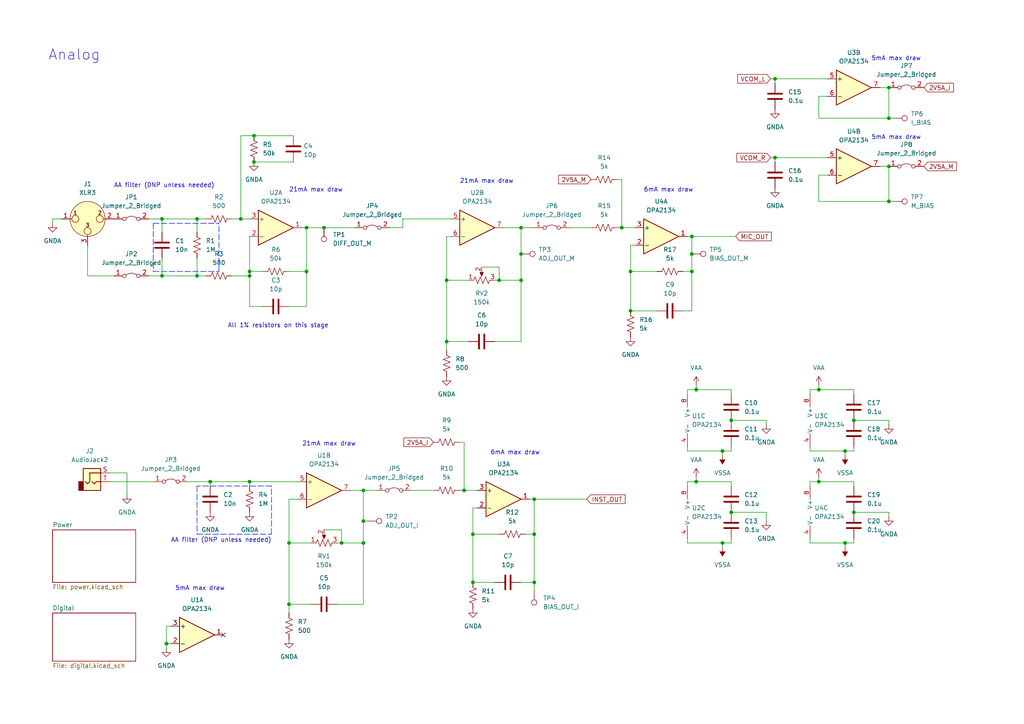
<source format=kicad_sch>
(kicad_sch (version 20211123) (generator eeschema)
  (paper "A4")
  (lib_symbols
    (symbol "Amplifier_Operational:OPA2134" (pin_names (offset 0.127))
      (property "Reference" "U" (at 0 5.08 0))
      (property "Value" "OPA2134" (at 0 -5.08 0))
      (symbol "OPA2134_1_1"
        (polyline (pts (xy -5.08 5.08) (xy 5.08 0) (xy -5.08 -5.08) (xy -5.08 5.08)) (stroke (width 0.254)) (fill (type background)))
        (pin output line (at 7.62 0 180) (length 2.54) (name "~") (number "1"))
        (pin input line (at -7.62 -2.54 0) (length 2.54) (name "-") (number "2"))
        (pin input line (at -7.62 2.54 0) (length 2.54) (name "+") (number "3"))
      )
      (symbol "OPA2134_2_1"
        (polyline (pts (xy -5.08 5.08) (xy 5.08 0) (xy -5.08 -5.08) (xy -5.08 5.08)) (stroke (width 0.254)) (fill (type background)))
        (pin input line (at -7.62 2.54 0) (length 2.54) (name "+") (number "5"))
        (pin input line (at -7.62 -2.54 0) (length 2.54) (name "-") (number "6"))
        (pin output line (at 7.62 0 180) (length 2.54) (name "~") (number "7"))
      )
      (symbol "OPA2134_3_1"
        (pin power_in line (at -2.54 -7.62 90) (length 3.81) (name "V-") (number "4"))
        (pin power_in line (at -2.54 7.62 270) (length 3.81) (name "V+") (number "8"))
      )
    )
    (symbol "Connector:AudioJack2"
      (property "Reference" "J" (at 0 8.89 0))
      (property "Value" "AudioJack2" (at 0 6.35 0))
      (symbol "AudioJack2_0_1"
        (rectangle (start -3.81 0) (end -2.54 -2.54) (stroke (width 0.254)) (fill (type outline)))
        (rectangle (start -2.54 3.81) (end 2.54 -2.54) (stroke (width 0.254)) (fill (type background)))
        (polyline (pts (xy 0 0) (xy 0.635 -0.635) (xy 1.27 0) (xy 2.54 0)) (stroke (width 0.254)))
        (polyline (pts (xy 2.54 2.54) (xy -0.635 2.54) (xy -0.635 0) (xy -1.27 -0.635) (xy -1.905 0)) (stroke (width 0.254)))
      )
      (symbol "AudioJack2_1_1"
        (pin passive line (at 5.08 2.54 180) (length 2.54) (name "~") (number "S"))
        (pin passive line (at 5.08 0 180) (length 2.54) (name "~") (number "T"))
      )
    )
    (symbol "Connector:TestPoint" (pin_numbers hide) (pin_names (offset 0.762) hide)
      (property "Reference" "TP" (at 0 6.858 0))
      (property "Value" "TestPoint" (at 0 5.08 0))
      (symbol "TestPoint_0_1"
        (circle (center 0 3.302) (radius 0.762))
      )
      (symbol "TestPoint_1_1"
        (pin passive line (at 0 0 90) (length 2.54) (name "1") (number "1"))
      )
    )
    (symbol "Connector:XLR3" (pin_names hide)
      (property "Reference" "J" (at 0 8.89 0))
      (property "Value" "XLR3" (at 0 6.35 0))
      (symbol "XLR3_0_1"
        (circle (center -3.556 0) (radius 1.016))
        (circle (center 0 -3.556) (radius 1.016))
        (polyline (pts (xy -5.08 0) (xy -4.572 0)))
        (polyline (pts (xy 0 -5.08) (xy 0 -4.572)))
        (polyline (pts (xy 5.08 0) (xy 4.572 0)))
        (circle (center 0 0) (radius 5.08) (fill (type background)))
        (circle (center 3.556 0) (radius 1.016))
        (text "1" (at -3.556 1.778 0) (effects (font (size 1.016 1.016) bold)))
        (text "2" (at 3.556 1.778 0) (effects (font (size 1.016 1.016) bold)))
        (text "3" (at 0 -1.778 0) (effects (font (size 1.016 1.016) bold)))
        (pin passive line (at -7.62 0 0) (length 2.54) (name "~") (number "1"))
        (pin passive line (at 7.62 0 180) (length 2.54) (name "~") (number "2"))
        (pin passive line (at 0 -7.62 90) (length 2.54) (name "~") (number "3"))
      )
    )
    (symbol "Device:C" (pin_numbers hide) (pin_names (offset 0.254))
      (property "Reference" "C" (at 0.635 2.54 0))
      (property "Value" "C" (at 0.635 -2.54 0))
      (symbol "C_0_1"
        (polyline (pts (xy -2.032 -0.762) (xy 2.032 -0.762)) (stroke (width 0.508)))
        (polyline (pts (xy -2.032 0.762) (xy 2.032 0.762)) (stroke (width 0.508)))
      )
      (symbol "C_1_1"
        (pin passive line (at 0 3.81 270) (length 2.794) (name "~") (number "1"))
        (pin passive line (at 0 -3.81 90) (length 2.794) (name "~") (number "2"))
      )
    )
    (symbol "Device:R_Potentiometer_US" (pin_names (offset 1.016) hide)
      (property "Reference" "RV" (at -4.445 0 90))
      (property "Value" "R_Potentiometer_US" (at -2.54 0 90))
      (symbol "R_Potentiometer_US_0_1"
        (polyline (pts (xy 0 -2.286) (xy 0 -2.54)))
        (polyline (pts (xy 0 2.54) (xy 0 2.286)))
        (polyline (pts (xy 2.54 0) (xy 1.524 0)))
        (polyline (pts (xy 1.143 0) (xy 2.286 0.508) (xy 2.286 -0.508) (xy 1.143 0)) (fill (type outline)))
        (polyline (pts (xy 0 -0.762) (xy 1.016 -1.143) (xy 0 -1.524) (xy -1.016 -1.905) (xy 0 -2.286)))
        (polyline (pts (xy 0 0.762) (xy 1.016 0.381) (xy 0 0) (xy -1.016 -0.381) (xy 0 -0.762)))
        (polyline (pts (xy 0 2.286) (xy 1.016 1.905) (xy 0 1.524) (xy -1.016 1.143) (xy 0 0.762)))
      )
      (symbol "R_Potentiometer_US_1_1"
        (pin passive line (at 0 3.81 270) (length 1.27) (name "1") (number "1"))
        (pin passive line (at 3.81 0 180) (length 1.27) (name "2") (number "2"))
        (pin passive line (at 0 -3.81 90) (length 1.27) (name "3") (number "3"))
      )
    )
    (symbol "Device:R_US" (pin_numbers hide) (pin_names (offset 0))
      (property "Reference" "R" (at 2.54 0 90))
      (property "Value" "R_US" (at -2.54 0 90))
      (symbol "R_US_0_1"
        (polyline (pts (xy 0 -2.286) (xy 0 -2.54)))
        (polyline (pts (xy 0 2.286) (xy 0 2.54)))
        (polyline (pts (xy 0 -0.762) (xy 1.016 -1.143) (xy 0 -1.524) (xy -1.016 -1.905) (xy 0 -2.286)))
        (polyline (pts (xy 0 0.762) (xy 1.016 0.381) (xy 0 0) (xy -1.016 -0.381) (xy 0 -0.762)))
        (polyline (pts (xy 0 2.286) (xy 1.016 1.905) (xy 0 1.524) (xy -1.016 1.143) (xy 0 0.762)))
      )
      (symbol "R_US_1_1"
        (pin passive line (at 0 3.81 270) (length 1.27) (name "~") (number "1"))
        (pin passive line (at 0 -3.81 90) (length 1.27) (name "~") (number "2"))
      )
    )
    (symbol "Jumper:Jumper_2_Bridged" (pin_names (offset 0) hide)
      (property "Reference" "JP" (at 0 1.905 0))
      (property "Value" "Jumper_2_Bridged" (at 0 -2.54 0))
      (symbol "Jumper_2_Bridged_0_0"
        (circle (center -2.032 0) (radius 0.508))
        (circle (center 2.032 0) (radius 0.508))
      )
      (symbol "Jumper_2_Bridged_0_1"
        (arc (start 1.524 0.254) (mid 0 0.762) (end -1.524 0.254))
      )
      (symbol "Jumper_2_Bridged_1_1"
        (pin passive line (at -5.08 0 0) (length 2.54) (name "A") (number "1"))
        (pin passive line (at 5.08 0 180) (length 2.54) (name "B") (number "2"))
      )
    )
    (symbol "power:GNDA" (power) (pin_names (offset 0))
      (property "Value" "GNDA" (at 0 -3.81 0))
      (symbol "GNDA_0_1"
        (polyline (pts (xy 0 0) (xy 0 -1.27) (xy 1.27 -1.27) (xy 0 -2.54) (xy -1.27 -1.27) (xy 0 -1.27)))
      )
      (symbol "GNDA_1_1"
        (pin power_in line (at 0 0 270) (length 0) hide (name "GNDA") (number "1"))
      )
    )
    (symbol "power:VAA" (power) (pin_names (offset 0))
      (property "Value" "VAA" (at 0 3.81 0))
      (symbol "VAA_0_1"
        (polyline (pts (xy -0.762 1.27) (xy 0 2.54)))
        (polyline (pts (xy 0 0) (xy 0 2.54)))
        (polyline (pts (xy 0 2.54) (xy 0.762 1.27)))
      )
      (symbol "VAA_1_1"
        (pin power_in line (at 0 0 90) (length 0) hide (name "VAA") (number "1"))
      )
    )
    (symbol "power:VSSA" (power) (pin_names (offset 0))
      (property "Value" "VSSA" (at 0 3.81 0))
      (symbol "VSSA_0_1"
        (polyline (pts (xy 0 0) (xy 0 2.54)))
        (polyline (pts (xy 0.762 1.27) (xy -0.762 1.27) (xy 0 2.54) (xy 0.762 1.27)) (fill (type outline)))
      )
      (symbol "VSSA_1_1"
        (pin power_in line (at 0 0 90) (length 0) hide (name "VSSA") (number "1"))
      )
    )
  )
  (junction (at 201.93 113.03))
  (junction (at 182.88 90.17))
  (junction (at 245.11 130.81))
  (junction (at 257.81 25.4))
  (junction (at 224.79 22.86))
  (junction (at 73.66 39.37))
  (junction (at 88.9 66.04))
  (junction (at 83.82 157.48))
  (junction (at 201.93 139.7))
  (junction (at 93.98 66.04))
  (junction (at 154.94 144.78))
  (junction (at 237.49 113.03))
  (junction (at 129.54 99.06))
  (junction (at 247.65 148.59))
  (junction (at 46.99 63.5))
  (junction (at 224.79 45.72))
  (junction (at 257.81 48.26))
  (junction (at 88.9 78.74))
  (junction (at 245.11 157.48))
  (junction (at 151.13 81.28))
  (junction (at 200.66 73.66))
  (junction (at 105.41 142.24))
  (junction (at 182.88 78.74))
  (junction (at 257.81 34.29))
  (junction (at 154.94 154.94))
  (junction (at 57.15 80.01))
  (junction (at 72.39 78.74))
  (junction (at 46.99 80.01))
  (junction (at 105.41 151.13))
  (junction (at 83.82 175.26))
  (junction (at 105.41 157.48))
  (junction (at 209.55 130.81))
  (junction (at 212.09 121.92))
  (junction (at 212.09 148.59))
  (junction (at 134.62 142.24))
  (junction (at 154.94 168.91))
  (junction (at 69.85 63.5))
  (junction (at 151.13 73.66))
  (junction (at 72.39 80.01))
  (junction (at 144.78 81.28))
  (junction (at 73.66 46.99))
  (junction (at 137.16 168.91))
  (junction (at 247.65 121.92))
  (junction (at 129.54 81.28))
  (junction (at 200.66 78.74))
  (junction (at 209.55 157.48))
  (junction (at 151.13 66.04))
  (junction (at 137.16 154.94))
  (junction (at 57.15 63.5))
  (junction (at 200.66 68.58))
  (junction (at 48.26 186.69))
  (junction (at 60.96 139.7))
  (junction (at 99.06 157.48))
  (junction (at 180.34 66.04))
  (junction (at 257.81 58.42))
  (junction (at 237.49 139.7))
  (junction (at 72.39 139.7))
  (no_connect (at 64.77 184.15))
  (wire (pts (xy 200.66 73.66) (xy 200.66 78.74)))
  (wire (pts (xy 199.39 139.7) (xy 201.93 139.7)))
  (wire (pts (xy 46.99 74.93) (xy 46.99 80.01)))
  (wire (pts (xy 129.54 81.28) (xy 129.54 99.06)))
  (wire (pts (xy 49.53 186.69) (xy 48.26 186.69)))
  (wire (pts (xy 224.79 22.86) (xy 224.79 24.13)))
  (wire (pts (xy 257.81 34.29) (xy 257.81 25.4)))
  (wire (pts (xy 57.15 80.01) (xy 59.69 80.01)))
  (polyline (pts (xy 63.5 78.74) (xy 63.5 64.77)))
  (wire (pts (xy 90.17 175.26) (xy 83.82 175.26)))
  (wire (pts (xy 119.38 142.24) (xy 125.73 142.24)))
  (wire (pts (xy 113.03 66.04) (xy 116.84 66.04)))
  (wire (pts (xy 165.1 66.04) (xy 171.45 66.04)))
  (wire (pts (xy 144.78 77.47) (xy 139.7 77.47)))
  (wire (pts (xy 180.34 52.07) (xy 179.07 52.07)))
  (wire (pts (xy 88.9 66.04) (xy 87.63 66.04)))
  (wire (pts (xy 83.82 157.48) (xy 83.82 175.26)))
  (wire (pts (xy 247.65 156.21) (xy 247.65 157.48)))
  (wire (pts (xy 57.15 63.5) (xy 57.15 67.31)))
  (wire (pts (xy 247.65 129.54) (xy 247.65 130.81)))
  (wire (pts (xy 154.94 168.91) (xy 154.94 154.94)))
  (wire (pts (xy 257.81 121.92) (xy 257.81 123.19)))
  (wire (pts (xy 88.9 88.9) (xy 83.82 88.9)))
  (wire (pts (xy 151.13 168.91) (xy 154.94 168.91)))
  (wire (pts (xy 199.39 130.81) (xy 199.39 129.54)))
  (wire (pts (xy 69.85 63.5) (xy 72.39 63.5)))
  (wire (pts (xy 137.16 147.32) (xy 138.43 147.32)))
  (wire (pts (xy 99.06 153.67) (xy 93.98 153.67)))
  (wire (pts (xy 76.2 78.74) (xy 72.39 78.74)))
  (wire (pts (xy 25.4 80.01) (xy 25.4 71.12)))
  (wire (pts (xy 179.07 66.04) (xy 180.34 66.04)))
  (wire (pts (xy 116.84 63.5) (xy 116.84 66.04)))
  (wire (pts (xy 105.41 151.13) (xy 105.41 142.24)))
  (wire (pts (xy 134.62 142.24) (xy 134.62 128.27)))
  (wire (pts (xy 134.62 128.27) (xy 133.35 128.27)))
  (polyline (pts (xy 57.15 154.94) (xy 78.74 154.94)))
  (wire (pts (xy 237.49 139.7) (xy 247.65 139.7)))
  (wire (pts (xy 151.13 81.28) (xy 151.13 99.06)))
  (wire (pts (xy 154.94 154.94) (xy 154.94 144.78)))
  (wire (pts (xy 116.84 63.5) (xy 130.81 63.5)))
  (wire (pts (xy 143.51 81.28) (xy 144.78 81.28)))
  (wire (pts (xy 31.75 139.7) (xy 44.45 139.7)))
  (wire (pts (xy 137.16 154.94) (xy 137.16 147.32)))
  (wire (pts (xy 209.55 157.48) (xy 212.09 157.48)))
  (wire (pts (xy 199.39 113.03) (xy 201.93 113.03)))
  (wire (pts (xy 57.15 74.93) (xy 57.15 80.01)))
  (wire (pts (xy 137.16 154.94) (xy 137.16 168.91)))
  (wire (pts (xy 234.95 114.3) (xy 234.95 113.03)))
  (wire (pts (xy 43.18 80.01) (xy 46.99 80.01)))
  (wire (pts (xy 60.96 139.7) (xy 72.39 139.7)))
  (wire (pts (xy 201.93 113.03) (xy 212.09 113.03)))
  (wire (pts (xy 234.95 130.81) (xy 245.11 130.81)))
  (wire (pts (xy 154.94 144.78) (xy 170.18 144.78)))
  (wire (pts (xy 15.24 63.5) (xy 15.24 64.77)))
  (wire (pts (xy 200.66 68.58) (xy 199.39 68.58)))
  (wire (pts (xy 33.02 80.01) (xy 25.4 80.01)))
  (wire (pts (xy 234.95 139.7) (xy 237.49 139.7)))
  (wire (pts (xy 245.11 157.48) (xy 245.11 158.75)))
  (wire (pts (xy 67.31 63.5) (xy 69.85 63.5)))
  (wire (pts (xy 36.83 137.16) (xy 36.83 143.51)))
  (wire (pts (xy 201.93 139.7) (xy 212.09 139.7)))
  (wire (pts (xy 134.62 142.24) (xy 138.43 142.24)))
  (wire (pts (xy 105.41 175.26) (xy 97.79 175.26)))
  (wire (pts (xy 83.82 78.74) (xy 88.9 78.74)))
  (wire (pts (xy 151.13 66.04) (xy 151.13 73.66)))
  (wire (pts (xy 200.66 68.58) (xy 200.66 73.66)))
  (wire (pts (xy 31.75 137.16) (xy 36.83 137.16)))
  (wire (pts (xy 144.78 154.94) (xy 137.16 154.94)))
  (wire (pts (xy 200.66 90.17) (xy 200.66 78.74)))
  (wire (pts (xy 105.41 142.24) (xy 109.22 142.24)))
  (wire (pts (xy 234.95 113.03) (xy 237.49 113.03)))
  (wire (pts (xy 182.88 78.74) (xy 182.88 90.17)))
  (wire (pts (xy 224.79 22.86) (xy 240.03 22.86)))
  (wire (pts (xy 234.95 130.81) (xy 234.95 129.54)))
  (wire (pts (xy 209.55 130.81) (xy 212.09 130.81)))
  (wire (pts (xy 48.26 181.61) (xy 48.26 186.69)))
  (wire (pts (xy 222.25 121.92) (xy 222.25 123.19)))
  (wire (pts (xy 144.78 81.28) (xy 151.13 81.28)))
  (wire (pts (xy 257.81 58.42) (xy 259.08 58.42)))
  (wire (pts (xy 212.09 140.97) (xy 212.09 139.7)))
  (wire (pts (xy 237.49 27.94) (xy 237.49 34.29)))
  (wire (pts (xy 223.52 45.72) (xy 224.79 45.72)))
  (wire (pts (xy 88.9 78.74) (xy 88.9 88.9)))
  (wire (pts (xy 105.41 157.48) (xy 105.41 151.13)))
  (wire (pts (xy 93.98 66.04) (xy 102.87 66.04)))
  (wire (pts (xy 99.06 157.48) (xy 105.41 157.48)))
  (wire (pts (xy 49.53 181.61) (xy 48.26 181.61)))
  (wire (pts (xy 234.95 140.97) (xy 234.95 139.7)))
  (wire (pts (xy 144.78 81.28) (xy 144.78 77.47)))
  (polyline (pts (xy 44.45 64.77) (xy 63.5 64.77)))
  (wire (pts (xy 151.13 73.66) (xy 151.13 81.28)))
  (wire (pts (xy 46.99 63.5) (xy 57.15 63.5)))
  (wire (pts (xy 234.95 157.48) (xy 245.11 157.48)))
  (wire (pts (xy 83.82 144.78) (xy 86.36 144.78)))
  (wire (pts (xy 180.34 66.04) (xy 184.15 66.04)))
  (wire (pts (xy 129.54 81.28) (xy 129.54 68.58)))
  (wire (pts (xy 237.49 111.76) (xy 237.49 113.03)))
  (wire (pts (xy 222.25 148.59) (xy 222.25 151.13)))
  (wire (pts (xy 83.82 157.48) (xy 83.82 144.78)))
  (wire (pts (xy 237.49 58.42) (xy 257.81 58.42)))
  (wire (pts (xy 133.35 142.24) (xy 134.62 142.24)))
  (wire (pts (xy 76.2 88.9) (xy 72.39 88.9)))
  (wire (pts (xy 154.94 144.78) (xy 153.67 144.78)))
  (wire (pts (xy 224.79 45.72) (xy 224.79 46.99)))
  (wire (pts (xy 72.39 139.7) (xy 72.39 140.97)))
  (wire (pts (xy 97.79 157.48) (xy 99.06 157.48)))
  (wire (pts (xy 199.39 114.3) (xy 199.39 113.03)))
  (wire (pts (xy 72.39 88.9) (xy 72.39 80.01)))
  (wire (pts (xy 201.93 111.76) (xy 201.93 113.03)))
  (wire (pts (xy 199.39 130.81) (xy 209.55 130.81)))
  (wire (pts (xy 182.88 90.17) (xy 190.5 90.17)))
  (wire (pts (xy 257.81 25.4) (xy 255.27 25.4)))
  (wire (pts (xy 212.09 148.59) (xy 222.25 148.59)))
  (wire (pts (xy 237.49 34.29) (xy 257.81 34.29)))
  (wire (pts (xy 143.51 168.91) (xy 137.16 168.91)))
  (wire (pts (xy 257.81 34.29) (xy 259.08 34.29)))
  (wire (pts (xy 199.39 157.48) (xy 209.55 157.48)))
  (wire (pts (xy 46.99 80.01) (xy 57.15 80.01)))
  (wire (pts (xy 72.39 139.7) (xy 86.36 139.7)))
  (wire (pts (xy 129.54 68.58) (xy 130.81 68.58)))
  (wire (pts (xy 212.09 121.92) (xy 222.25 121.92)))
  (wire (pts (xy 135.89 99.06) (xy 129.54 99.06)))
  (wire (pts (xy 129.54 99.06) (xy 129.54 101.6)))
  (wire (pts (xy 180.34 66.04) (xy 180.34 52.07)))
  (wire (pts (xy 105.41 151.13) (xy 106.68 151.13)))
  (wire (pts (xy 48.26 186.69) (xy 48.26 187.96)))
  (wire (pts (xy 209.55 157.48) (xy 209.55 158.75)))
  (wire (pts (xy 234.95 157.48) (xy 234.95 156.21)))
  (wire (pts (xy 237.49 50.8) (xy 237.49 58.42)))
  (wire (pts (xy 199.39 156.21) (xy 199.39 157.48)))
  (wire (pts (xy 73.66 46.99) (xy 85.09 46.99)))
  (wire (pts (xy 152.4 154.94) (xy 154.94 154.94)))
  (wire (pts (xy 67.31 80.01) (xy 72.39 80.01)))
  (wire (pts (xy 198.12 90.17) (xy 200.66 90.17)))
  (wire (pts (xy 247.65 148.59) (xy 257.81 148.59)))
  (wire (pts (xy 212.09 156.21) (xy 212.09 157.48)))
  (wire (pts (xy 69.85 39.37) (xy 69.85 63.5)))
  (wire (pts (xy 73.66 39.37) (xy 69.85 39.37)))
  (wire (pts (xy 105.41 142.24) (xy 101.6 142.24)))
  (wire (pts (xy 201.93 138.43) (xy 201.93 139.7)))
  (wire (pts (xy 46.99 63.5) (xy 46.99 67.31)))
  (wire (pts (xy 99.06 157.48) (xy 99.06 153.67)))
  (wire (pts (xy 182.88 78.74) (xy 182.88 71.12)))
  (wire (pts (xy 198.12 78.74) (xy 200.66 78.74)))
  (wire (pts (xy 54.61 139.7) (xy 60.96 139.7)))
  (wire (pts (xy 88.9 66.04) (xy 93.98 66.04)))
  (wire (pts (xy 209.55 130.81) (xy 209.55 132.08)))
  (wire (pts (xy 247.65 121.92) (xy 257.81 121.92)))
  (wire (pts (xy 182.88 71.12) (xy 184.15 71.12)))
  (wire (pts (xy 90.17 157.48) (xy 83.82 157.48)))
  (wire (pts (xy 237.49 138.43) (xy 237.49 139.7)))
  (wire (pts (xy 154.94 168.91) (xy 154.94 171.45)))
  (wire (pts (xy 237.49 113.03) (xy 247.65 113.03)))
  (wire (pts (xy 151.13 66.04) (xy 146.05 66.04)))
  (wire (pts (xy 190.5 78.74) (xy 182.88 78.74)))
  (polyline (pts (xy 44.45 64.77) (xy 44.45 78.74)))
  (wire (pts (xy 240.03 27.94) (xy 237.49 27.94)))
  (wire (pts (xy 245.11 130.81) (xy 247.65 130.81)))
  (wire (pts (xy 247.65 139.7) (xy 247.65 140.97)))
  (wire (pts (xy 105.41 157.48) (xy 105.41 175.26)))
  (wire (pts (xy 88.9 78.74) (xy 88.9 66.04)))
  (wire (pts (xy 212.09 113.03) (xy 212.09 114.3)))
  (wire (pts (xy 223.52 22.86) (xy 224.79 22.86)))
  (wire (pts (xy 151.13 66.04) (xy 154.94 66.04)))
  (polyline (pts (xy 78.74 154.94) (xy 78.74 140.97)))
  (wire (pts (xy 43.18 63.5) (xy 46.99 63.5)))
  (wire (pts (xy 199.39 139.7) (xy 199.39 140.97)))
  (wire (pts (xy 72.39 80.01) (xy 72.39 78.74)))
  (wire (pts (xy 73.66 39.37) (xy 85.09 39.37)))
  (wire (pts (xy 200.66 68.58) (xy 213.36 68.58)))
  (wire (pts (xy 240.03 50.8) (xy 237.49 50.8)))
  (wire (pts (xy 17.78 63.5) (xy 15.24 63.5)))
  (wire (pts (xy 257.81 48.26) (xy 255.27 48.26)))
  (polyline (pts (xy 57.15 140.97) (xy 57.15 154.94)))
  (wire (pts (xy 224.79 45.72) (xy 240.03 45.72)))
  (wire (pts (xy 83.82 175.26) (xy 83.82 177.8)))
  (wire (pts (xy 245.11 157.48) (xy 247.65 157.48)))
  (wire (pts (xy 257.81 58.42) (xy 257.81 48.26)))
  (wire (pts (xy 151.13 99.06) (xy 143.51 99.06)))
  (wire (pts (xy 72.39 78.74) (xy 72.39 68.58)))
  (wire (pts (xy 245.11 130.81) (xy 245.11 132.08)))
  (wire (pts (xy 212.09 129.54) (xy 212.09 130.81)))
  (wire (pts (xy 135.89 81.28) (xy 129.54 81.28)))
  (wire (pts (xy 60.96 139.7) (xy 60.96 140.97)))
  (polyline (pts (xy 78.74 140.97) (xy 57.15 140.97)))
  (wire (pts (xy 257.81 148.59) (xy 257.81 149.86)))
  (wire (pts (xy 57.15 63.5) (xy 59.69 63.5)))
  (wire (pts (xy 247.65 113.03) (xy 247.65 114.3)))
  (polyline (pts (xy 44.45 78.74) (xy 63.5 78.74)))
  (text "21mA max draw" (at 87.63 129.54 0) (effects (font (size 1.27 1.27)) (justify left bottom)))
  (text "5mA max draw" (at 252.73 40.64 0) (effects (font (size 1.27 1.27)) (justify left bottom)))
  (text "6mA max draw" (at 186.69 55.88 0) (effects (font (size 1.27 1.27)) (justify left bottom)))
  (text "5mA max draw" (at 50.8 171.45 0) (effects (font (size 1.27 1.27)) (justify left bottom)))
  (text "All 1% resistors on this stage\n" (at 66.04 95.25 0) (effects (font (size 1.27 1.27)) (justify left bottom)))
  (text "AA filter (DNP unless needed)" (at 33.02 54.61 0) (effects (font (size 1.27 1.27)) (justify left bottom)))
  (text "5mA max draw" (at 252.73 17.78 0) (effects (font (size 1.27 1.27)) (justify left bottom)))
  (text "6mA max draw" (at 142.24 132.08 0) (effects (font (size 1.27 1.27)) (justify left bottom)))
  (text "AA filter (DNP unless needed)" (at 49.53 157.48 0) (effects (font (size 1.27 1.27)) (justify left bottom)))
  (text "Analog" (at 13.97 17.78 0) (effects (font (size 3 3)) (justify left bottom)))
  (text "21mA max draw" (at 83.82 55.88 0) (effects (font (size 1.27 1.27)) (justify left bottom)))
  (text "21mA max draw" (at 133.35 53.34 0) (effects (font (size 1.27 1.27)) (justify left bottom)))
  (global_label "2V5A_M" (shape input) (at 171.45 52.07 180) (property "Intersheet References" "${INTERSHEET_REFS}" (effects hide)))
  (global_label "MIC_OUT" (shape input) (at 213.36 68.58 0) (property "Intersheet References" "${INTERSHEET_REFS}" (effects hide)))
  (global_label "INST_OUT" (shape input) (at 170.18 144.78 0) (property "Intersheet References" "${INTERSHEET_REFS}" (effects hide)))
  (global_label "2V5A_I" (shape input) (at 267.97 25.4 0) (property "Intersheet References" "${INTERSHEET_REFS}" (effects hide)))
  (global_label "2V5A_I" (shape input) (at 125.73 128.27 180) (property "Intersheet References" "${INTERSHEET_REFS}" (effects hide)))
  (global_label "VCOM_R" (shape input) (at 223.52 45.72 180) (property "Intersheet References" "${INTERSHEET_REFS}" (effects hide)))
  (global_label "VCOM_L" (shape input) (at 223.52 22.86 180) (property "Intersheet References" "${INTERSHEET_REFS}" (effects hide)))
  (global_label "2V5A_M" (shape input) (at 267.97 48.26 0) (property "Intersheet References" "${INTERSHEET_REFS}" (effects hide)))
  (symbol (lib_id "Device:R_US") (at 80.01 78.74 90) (unit 1)
    (property "Reference" "R6" (at 80.01 72.39 90))
    (property "Value" "50k" (at 80.01 74.93 90))
    (property "Footprint" "Resistor_SMD:R_1206_3216Metric_Pad1.30x1.75mm_HandSolder" (effects hide))
  )
  (symbol (lib_id "Device:C") (at 80.01 88.9 90) (unit 1)
    (property "Reference" "C3" (at 80.01 81.28 90))
    (property "Value" "10p" (at 80.01 83.82 90))
    (property "Footprint" "Capacitor_SMD:C_0805_2012Metric_Pad1.18x1.45mm_HandSolder" (effects hide))
  )
  (symbol (lib_id "Connector:TestPoint") (at 151.13 73.66 270) (unit 1)
    (property "Reference" "TP3" (at 156.21 72.3899 90) (effects (justify left)))
    (property "Value" "ADJ_OUT_M" (at 156.21 74.9299 90) (effects (justify left)))
    (property "Footprint" "TestPoint:TestPoint_Loop_D2.54mm_Drill1.5mm_Beaded" (effects hide))
  )
  (symbol (lib_id "Jumper:Jumper_2_Bridged") (at 38.1 63.5 0) (unit 1)
    (property "Reference" "JP1" (at 38.1 57.15 0))
    (property "Value" "Jumper_2_Bridged" (at 38.1 59.69 0))
    (property "Footprint" "Resistor_SMD:R_1206_3216Metric_Pad1.30x1.75mm_HandSolder" (effects hide))
  )
  (symbol (lib_id "Device:C") (at 247.65 144.78 0) (unit 1)
    (property "Reference" "C19" (at 251.46 143.5099 0) (effects (justify left)))
    (property "Value" "0.1u" (at 251.46 146.0499 0) (effects (justify left)))
    (property "Footprint" "Capacitor_SMD:C_0805_2012Metric_Pad1.18x1.45mm_HandSolder" (effects hide))
  )
  (symbol (lib_id "Amplifier_Operational:OPA2134") (at 201.93 121.92 0) (unit 3)
    (property "Reference" "U1" (at 200.66 120.6499 0) (effects (justify left)))
    (property "Value" "OPA2134" (at 200.66 123.1899 0) (effects (justify left)))
    (property "Footprint" "Package_DIP:DIP-8_W7.62mm_Socket" (effects hide))
    (property "Datasheet" "http://www.ti.com/lit/ds/symlink/opa134.pdf" (effects hide))
  )
  (symbol (lib_id "Amplifier_Operational:OPA2134") (at 237.49 148.59 0) (unit 3)
    (property "Reference" "U4" (at 236.22 147.3199 0) (effects (justify left)))
    (property "Value" "OPA2134" (at 236.22 149.8599 0) (effects (justify left)))
    (property "Footprint" "Package_DIP:DIP-8_W7.62mm_Socket" (effects hide))
    (property "Datasheet" "http://www.ti.com/lit/ds/symlink/opa134.pdf" (effects hide))
  )
  (symbol (lib_id "Amplifier_Operational:OPA2134") (at 93.98 142.24 0) (unit 2)
    (property "Reference" "U1" (at 93.98 132.08 0))
    (property "Value" "OPA2134" (at 93.98 134.62 0))
    (property "Footprint" "Package_DIP:DIP-8_W7.62mm_Socket" (effects hide))
    (property "Datasheet" "http://www.ti.com/lit/ds/symlink/opa134.pdf" (effects hide))
  )
  (symbol (lib_id "power:VAA") (at 237.49 138.43 0) (unit 1)
    (property "Reference" "#PWR020" (effects hide))
    (property "Value" "VAA" (at 237.49 133.35 0))
  )
  (symbol (lib_id "Device:R_Potentiometer_US") (at 139.7 81.28 90) (unit 1)
    (property "Reference" "RV2" (at 139.7 85.09 90))
    (property "Value" "150k" (at 139.7 87.63 90))
    (property "Footprint" "Library:PDB181-K420F-103A2" (effects hide))
  )
  (symbol (lib_id "Device:R_US") (at 175.26 52.07 90) (unit 1)
    (property "Reference" "R14" (at 175.26 45.72 90))
    (property "Value" "5k" (at 175.26 48.26 90))
    (property "Footprint" "Resistor_SMD:R_1206_3216Metric_Pad1.30x1.75mm_HandSolder" (effects hide))
  )
  (symbol (lib_id "power:GNDA") (at 73.66 46.99 0) (unit 1)
    (property "Reference" "#PWR06" (effects hide))
    (property "Value" "GNDA" (at 73.66 52.07 0))
  )
  (symbol (lib_id "Device:C") (at 60.96 144.78 0) (unit 1)
    (property "Reference" "C2" (at 64.77 143.5099 0) (effects (justify left)))
    (property "Value" "10n" (at 64.77 146.0499 0) (effects (justify left)))
    (property "Footprint" "Capacitor_SMD:C_0805_2012Metric_Pad1.18x1.45mm_HandSolder" (effects hide))
  )
  (symbol (lib_id "Connector:TestPoint") (at 106.68 151.13 270) (unit 1)
    (property "Reference" "TP2" (at 111.76 149.8599 90) (effects (justify left)))
    (property "Value" "ADJ_OUT_I" (at 111.76 152.3999 90) (effects (justify left)))
    (property "Footprint" "TestPoint:TestPoint_Loop_D2.54mm_Drill1.5mm_Beaded" (effects hide))
  )
  (symbol (lib_id "Jumper:Jumper_2_Bridged") (at 160.02 66.04 0) (unit 1)
    (property "Reference" "JP6" (at 160.02 59.69 0))
    (property "Value" "Jumper_2_Bridged" (at 160.02 62.23 0))
    (property "Footprint" "Resistor_SMD:R_1206_3216Metric_Pad1.30x1.75mm_HandSolder" (effects hide))
  )
  (symbol (lib_id "Device:R_US") (at 194.31 78.74 90) (unit 1)
    (property "Reference" "R17" (at 194.31 72.39 90))
    (property "Value" "5k" (at 194.31 74.93 90))
    (property "Footprint" "Resistor_SMD:R_1206_3216Metric_Pad1.30x1.75mm_HandSolder" (effects hide))
  )
  (symbol (lib_id "Jumper:Jumper_2_Bridged") (at 107.95 66.04 0) (unit 1)
    (property "Reference" "JP4" (at 107.95 59.69 0))
    (property "Value" "Jumper_2_Bridged" (at 107.95 62.23 0))
    (property "Footprint" "Resistor_SMD:R_1206_3216Metric_Pad1.30x1.75mm_HandSolder" (effects hide))
  )
  (symbol (lib_id "Amplifier_Operational:OPA2134") (at 201.93 148.59 0) (unit 3)
    (property "Reference" "U2" (at 200.66 147.3199 0) (effects (justify left)))
    (property "Value" "OPA2134" (at 200.66 149.8599 0) (effects (justify left)))
    (property "Footprint" "Package_DIP:DIP-8_W7.62mm_Socket" (effects hide))
    (property "Datasheet" "http://www.ti.com/lit/ds/symlink/opa134.pdf" (effects hide))
  )
  (symbol (lib_id "Device:R_US") (at 63.5 80.01 90) (unit 1)
    (property "Reference" "R3" (at 63.5 73.66 90))
    (property "Value" "500" (at 63.5 76.2 90))
    (property "Footprint" "Resistor_SMD:R_1206_3216Metric_Pad1.30x1.75mm_HandSolder" (effects hide))
  )
  (symbol (lib_id "Device:C") (at 247.65 152.4 0) (unit 1)
    (property "Reference" "C20" (at 251.46 151.1299 0) (effects (justify left)))
    (property "Value" "0.1u" (at 251.46 153.6699 0) (effects (justify left)))
    (property "Footprint" "Capacitor_SMD:C_0805_2012Metric_Pad1.18x1.45mm_HandSolder" (effects hide))
  )
  (symbol (lib_id "power:VSSA") (at 209.55 132.08 180) (unit 1)
    (property "Reference" "#PWR013" (effects hide))
    (property "Value" "VSSA" (at 209.55 137.16 0))
  )
  (symbol (lib_id "Device:C") (at 212.09 118.11 0) (unit 1)
    (property "Reference" "C10" (at 215.9 116.8399 0) (effects (justify left)))
    (property "Value" "0.1u" (at 215.9 119.3799 0) (effects (justify left)))
    (property "Footprint" "Capacitor_SMD:C_0805_2012Metric_Pad1.18x1.45mm_HandSolder" (effects hide))
  )
  (symbol (lib_id "Device:C") (at 147.32 168.91 270) (unit 1)
    (property "Reference" "C7" (at 147.32 161.29 90))
    (property "Value" "10p" (at 147.32 163.83 90))
    (property "Footprint" "Capacitor_SMD:C_0805_2012Metric_Pad1.18x1.45mm_HandSolder" (effects hide))
  )
  (symbol (lib_id "power:GNDA") (at 60.96 148.59 0) (unit 1)
    (property "Reference" "#PWR04" (effects hide))
    (property "Value" "GNDA" (at 60.96 153.67 0))
  )
  (symbol (lib_id "Connector:AudioJack2") (at 26.67 139.7 0) (unit 1)
    (property "Reference" "J2" (at 26.035 130.81 0))
    (property "Value" "AudioJack2" (at 26.035 133.35 0))
    (property "Footprint" "Connector_Audio:Jack_6.35mm_Neutrik_NMJ4HFD3_Horizontal" (effects hide))
  )
  (symbol (lib_id "power:GNDA") (at 137.16 176.53 0) (unit 1)
    (property "Reference" "#PWR09" (effects hide))
    (property "Value" "GNDA" (at 137.16 181.61 0))
  )
  (symbol (lib_id "power:GNDA") (at 224.79 54.61 0) (unit 1)
    (property "Reference" "#PWR018" (effects hide))
    (property "Value" "GNDA" (at 224.79 59.69 0))
  )
  (symbol (lib_id "power:VAA") (at 201.93 138.43 0) (unit 1)
    (property "Reference" "#PWR012" (effects hide))
    (property "Value" "VAA" (at 201.93 133.35 0))
  )
  (symbol (lib_id "power:GNDA") (at 222.25 151.13 0) (unit 1)
    (property "Reference" "#PWR016" (effects hide))
    (property "Value" "GNDA" (at 222.25 156.21 0))
  )
  (symbol (lib_id "power:GNDA") (at 182.88 97.79 0) (unit 1)
    (property "Reference" "#PWR010" (effects hide))
    (property "Value" "GNDA" (at 182.88 102.87 0))
  )
  (symbol (lib_id "Amplifier_Operational:OPA2134") (at 146.05 144.78 0) (unit 1)
    (property "Reference" "U3" (at 146.05 134.62 0))
    (property "Value" "OPA2134" (at 146.05 137.16 0))
    (property "Footprint" "Package_DIP:DIP-8_W7.62mm_Socket" (effects hide))
    (property "Datasheet" "http://www.ti.com/lit/ds/symlink/opa134.pdf" (effects hide))
  )
  (symbol (lib_id "Device:C") (at 85.09 43.18 0) (unit 1)
    (property "Reference" "C4" (at 88.011 42.3453 0) (effects (justify left)))
    (property "Value" "10p" (at 88.011 44.8822 0) (effects (justify left)))
    (property "Footprint" "Capacitor_SMD:C_0805_2012Metric_Pad1.18x1.45mm_HandSolder" (effects hide))
  )
  (symbol (lib_id "Device:C") (at 212.09 152.4 0) (unit 1)
    (property "Reference" "C13" (at 215.9 151.1299 0) (effects (justify left)))
    (property "Value" "0.1u" (at 215.9 153.6699 0) (effects (justify left)))
    (property "Footprint" "Capacitor_SMD:C_0805_2012Metric_Pad1.18x1.45mm_HandSolder" (effects hide))
  )
  (symbol (lib_id "Device:C") (at 247.65 125.73 0) (unit 1)
    (property "Reference" "C18" (at 251.46 124.4599 0) (effects (justify left)))
    (property "Value" "0.1u" (at 251.46 126.9999 0) (effects (justify left)))
    (property "Footprint" "Capacitor_SMD:C_0805_2012Metric_Pad1.18x1.45mm_HandSolder" (effects hide))
  )
  (symbol (lib_id "Jumper:Jumper_2_Bridged") (at 262.89 25.4 0) (unit 1)
    (property "Reference" "JP7" (at 262.89 19.05 0))
    (property "Value" "Jumper_2_Bridged" (at 262.89 21.59 0))
    (property "Footprint" "Resistor_SMD:R_1206_3216Metric_Pad1.30x1.75mm_HandSolder" (effects hide))
  )
  (symbol (lib_id "Amplifier_Operational:OPA2134") (at 247.65 25.4 0) (unit 2)
    (property "Reference" "U3" (at 247.65 15.24 0))
    (property "Value" "OPA2134" (at 247.65 17.78 0))
    (property "Footprint" "Package_DIP:DIP-8_W7.62mm_Socket" (effects hide))
    (property "Datasheet" "http://www.ti.com/lit/ds/symlink/opa134.pdf" (effects hide))
  )
  (symbol (lib_id "power:GNDA") (at 72.39 148.59 0) (unit 1)
    (property "Reference" "#PWR05" (effects hide))
    (property "Value" "GNDA" (at 72.39 153.67 0))
  )
  (symbol (lib_id "Device:C") (at 247.65 118.11 0) (unit 1)
    (property "Reference" "C17" (at 251.46 116.8399 0) (effects (justify left)))
    (property "Value" "0.1u" (at 251.46 119.3799 0) (effects (justify left)))
    (property "Footprint" "Capacitor_SMD:C_0805_2012Metric_Pad1.18x1.45mm_HandSolder" (effects hide))
  )
  (symbol (lib_id "Device:R_US") (at 73.66 43.18 0) (unit 1)
    (property "Reference" "R5" (at 76.2 41.9099 0) (effects (justify left)))
    (property "Value" "50k" (at 76.2 44.4499 0) (effects (justify left)))
    (property "Footprint" "Resistor_SMD:R_1206_3216Metric_Pad1.30x1.75mm_HandSolder" (effects hide))
  )
  (symbol (lib_id "power:VSSA") (at 209.55 158.75 180) (unit 1)
    (property "Reference" "#PWR014" (effects hide))
    (property "Value" "VSSA" (at 209.55 163.83 0))
  )
  (symbol (lib_id "Device:R_Potentiometer_US") (at 93.98 157.48 90) (unit 1)
    (property "Reference" "RV1" (at 93.98 161.29 90))
    (property "Value" "150k" (at 93.98 163.83 90))
    (property "Footprint" "Library:PDB181-K420F-103A2" (effects hide))
  )
  (symbol (lib_id "Amplifier_Operational:OPA2134") (at 247.65 48.26 0) (unit 2)
    (property "Reference" "U4" (at 247.65 38.1 0))
    (property "Value" "OPA2134" (at 247.65 40.64 0))
    (property "Footprint" "Package_DIP:DIP-8_W7.62mm_Socket" (effects hide))
    (property "Datasheet" "http://www.ti.com/lit/ds/symlink/opa134.pdf" (effects hide))
  )
  (symbol (lib_id "Amplifier_Operational:OPA2134") (at 138.43 66.04 0) (unit 2)
    (property "Reference" "U2" (at 138.43 55.88 0))
    (property "Value" "OPA2134" (at 138.43 58.42 0))
    (property "Footprint" "Package_DIP:DIP-8_W7.62mm_Socket" (effects hide))
    (property "Datasheet" "http://www.ti.com/lit/ds/symlink/opa134.pdf" (effects hide))
  )
  (symbol (lib_id "Device:R_US") (at 148.59 154.94 90) (unit 1)
    (property "Reference" "R12" (at 148.59 148.59 90))
    (property "Value" "5k" (at 148.59 151.13 90))
    (property "Footprint" "Resistor_SMD:R_1206_3216Metric_Pad1.30x1.75mm_HandSolder" (effects hide))
  )
  (symbol (lib_id "Jumper:Jumper_2_Bridged") (at 49.53 139.7 0) (unit 1)
    (property "Reference" "JP3" (at 49.53 133.35 0))
    (property "Value" "Jumper_2_Bridged" (at 49.53 135.89 0))
    (property "Footprint" "Resistor_SMD:R_1206_3216Metric_Pad1.30x1.75mm_HandSolder" (effects hide))
  )
  (symbol (lib_id "Device:R_US") (at 182.88 93.98 0) (unit 1)
    (property "Reference" "R16" (at 185.42 92.7099 0) (effects (justify left)))
    (property "Value" "5k" (at 185.42 95.2499 0) (effects (justify left)))
    (property "Footprint" "Resistor_SMD:R_1206_3216Metric_Pad1.30x1.75mm_HandSolder" (effects hide))
  )
  (symbol (lib_id "Connector:TestPoint") (at 259.08 34.29 270) (unit 1)
    (property "Reference" "TP6" (at 264.16 33.0199 90) (effects (justify left)))
    (property "Value" "I_BIAS" (at 264.16 35.5599 90) (effects (justify left)))
    (property "Footprint" "TestPoint:TestPoint_Loop_D2.54mm_Drill1.5mm_Beaded" (effects hide))
  )
  (symbol (lib_id "Device:C") (at 212.09 125.73 0) (unit 1)
    (property "Reference" "C11" (at 215.9 124.4599 0) (effects (justify left)))
    (property "Value" "0.1u" (at 215.9 126.9999 0) (effects (justify left)))
    (property "Footprint" "Capacitor_SMD:C_0805_2012Metric_Pad1.18x1.45mm_HandSolder" (effects hide))
  )
  (symbol (lib_id "Connector:TestPoint") (at 93.98 66.04 180) (unit 1)
    (property "Reference" "TP1" (at 96.52 68.0719 0) (effects (justify right)))
    (property "Value" "DIFF_OUT_M" (at 96.52 70.6119 0) (effects (justify right)))
    (property "Footprint" "TestPoint:TestPoint_Loop_D2.54mm_Drill1.5mm_Beaded" (effects hide))
  )
  (symbol (lib_id "Device:R_US") (at 57.15 71.12 0) (unit 1)
    (property "Reference" "R1" (at 59.69 69.8499 0) (effects (justify left)))
    (property "Value" "1M" (at 59.69 72.3899 0) (effects (justify left)))
    (property "Footprint" "Resistor_SMD:R_1206_3216Metric_Pad1.30x1.75mm_HandSolder" (effects hide))
  )
  (symbol (lib_id "power:VSSA") (at 245.11 158.75 180) (unit 1)
    (property "Reference" "#PWR022" (effects hide))
    (property "Value" "VSSA" (at 245.11 163.83 0))
  )
  (symbol (lib_id "power:GNDA") (at 222.25 123.19 0) (unit 1)
    (property "Reference" "#PWR015" (effects hide))
    (property "Value" "GNDA" (at 222.25 128.27 0))
  )
  (symbol (lib_id "Device:R_US") (at 175.26 66.04 90) (unit 1)
    (property "Reference" "R15" (at 175.26 59.69 90))
    (property "Value" "5k" (at 175.26 62.23 90))
    (property "Footprint" "Resistor_SMD:R_1206_3216Metric_Pad1.30x1.75mm_HandSolder" (effects hide))
  )
  (symbol (lib_id "Device:C") (at 224.79 50.8 0) (unit 1)
    (property "Reference" "C16" (at 228.6 49.5299 0) (effects (justify left)))
    (property "Value" "0.1u" (at 228.6 52.0699 0) (effects (justify left)))
    (property "Footprint" "Capacitor_SMD:C_0805_2012Metric_Pad1.18x1.45mm_HandSolder" (effects hide))
  )
  (symbol (lib_id "power:VAA") (at 237.49 111.76 0) (unit 1)
    (property "Reference" "#PWR019" (effects hide))
    (property "Value" "VAA" (at 237.49 106.68 0))
  )
  (symbol (lib_id "Jumper:Jumper_2_Bridged") (at 262.89 48.26 0) (unit 1)
    (property "Reference" "JP8" (at 262.89 41.91 0))
    (property "Value" "Jumper_2_Bridged" (at 262.89 44.45 0))
    (property "Footprint" "Resistor_SMD:R_1206_3216Metric_Pad1.30x1.75mm_HandSolder" (effects hide))
  )
  (symbol (lib_id "Device:C") (at 139.7 99.06 270) (unit 1)
    (property "Reference" "C6" (at 139.7 91.44 90))
    (property "Value" "10p" (at 139.7 93.98 90))
    (property "Footprint" "Capacitor_SMD:C_0805_2012Metric_Pad1.18x1.45mm_HandSolder" (effects hide))
  )
  (symbol (lib_id "Device:R_US") (at 129.54 128.27 90) (unit 1)
    (property "Reference" "R9" (at 129.54 121.92 90))
    (property "Value" "5k" (at 129.54 124.46 90))
    (property "Footprint" "Resistor_SMD:R_1206_3216Metric_Pad1.30x1.75mm_HandSolder" (effects hide))
  )
  (symbol (lib_id "Amplifier_Operational:OPA2134") (at 57.15 184.15 0) (unit 1)
    (property "Reference" "U1" (at 57.15 173.99 0))
    (property "Value" "OPA2134" (at 57.15 176.53 0))
    (property "Footprint" "Package_DIP:DIP-8_W7.62mm_Socket" (effects hide))
    (property "Datasheet" "http://www.ti.com/lit/ds/symlink/opa134.pdf" (effects hide))
  )
  (symbol (lib_id "Connector:TestPoint") (at 154.94 171.45 180) (unit 1)
    (property "Reference" "TP4" (at 157.48 173.4819 0) (effects (justify right)))
    (property "Value" "BIAS_OUT_I" (at 157.48 176.0219 0) (effects (justify right)))
    (property "Footprint" "TestPoint:TestPoint_Loop_D2.54mm_Drill1.5mm_Beaded" (effects hide))
  )
  (symbol (lib_id "Amplifier_Operational:OPA2134") (at 237.49 121.92 0) (unit 3)
    (property "Reference" "U3" (at 236.22 120.6499 0) (effects (justify left)))
    (property "Value" "OPA2134" (at 236.22 123.1899 0) (effects (justify left)))
    (property "Footprint" "Package_DIP:DIP-8_W7.62mm_Socket" (effects hide))
    (property "Datasheet" "http://www.ti.com/lit/ds/symlink/opa134.pdf" (effects hide))
  )
  (symbol (lib_id "power:GNDA") (at 15.24 64.77 0) (unit 1)
    (property "Reference" "#PWR01" (effects hide))
    (property "Value" "GNDA" (at 15.24 69.85 0))
  )
  (symbol (lib_id "Connector:TestPoint") (at 259.08 58.42 270) (unit 1)
    (property "Reference" "TP7" (at 264.16 57.1499 90) (effects (justify left)))
    (property "Value" "M_BIAS" (at 264.16 59.6899 90) (effects (justify left)))
    (property "Footprint" "TestPoint:TestPoint_Loop_D2.54mm_Drill1.5mm_Beaded" (effects hide))
  )
  (symbol (lib_id "Device:C") (at 46.99 71.12 0) (unit 1)
    (property "Reference" "C1" (at 50.8 69.8499 0) (effects (justify left)))
    (property "Value" "10n" (at 50.8 72.3899 0) (effects (justify left)))
    (property "Footprint" "Capacitor_SMD:C_0805_2012Metric_Pad1.18x1.45mm_HandSolder" (effects hide))
  )
  (symbol (lib_id "Connector:TestPoint") (at 200.66 73.66 270) (unit 1)
    (property "Reference" "TP5" (at 205.74 72.3899 90) (effects (justify left)))
    (property "Value" "BIAS_OUT_M" (at 205.74 74.9299 90) (effects (justify left)))
    (property "Footprint" "TestPoint:TestPoint_Loop_D2.54mm_Drill1.5mm_Beaded" (effects hide))
  )
  (symbol (lib_id "Jumper:Jumper_2_Bridged") (at 114.3 142.24 0) (unit 1)
    (property "Reference" "JP5" (at 114.3 135.89 0))
    (property "Value" "Jumper_2_Bridged" (at 114.3 138.43 0))
    (property "Footprint" "Resistor_SMD:R_1206_3216Metric_Pad1.30x1.75mm_HandSolder" (effects hide))
  )
  (symbol (lib_id "power:GNDA") (at 224.79 31.75 0) (unit 1)
    (property "Reference" "#PWR017" (effects hide))
    (property "Value" "GNDA" (at 224.79 36.83 0))
  )
  (symbol (lib_id "Amplifier_Operational:OPA2134") (at 191.77 68.58 0) (unit 1)
    (property "Reference" "U4" (at 191.77 58.42 0))
    (property "Value" "OPA2134" (at 191.77 60.96 0))
    (property "Footprint" "Package_DIP:DIP-8_W7.62mm_Socket" (effects hide))
    (property "Datasheet" "http://www.ti.com/lit/ds/symlink/opa134.pdf" (effects hide))
  )
  (symbol (lib_id "Device:R_US") (at 137.16 172.72 0) (unit 1)
    (property "Reference" "R11" (at 139.7 171.4499 0) (effects (justify left)))
    (property "Value" "5k" (at 139.7 173.9899 0) (effects (justify left)))
    (property "Footprint" "Resistor_SMD:R_1206_3216Metric_Pad1.30x1.75mm_HandSolder" (effects hide))
  )
  (symbol (lib_id "Device:R_US") (at 72.39 144.78 0) (unit 1)
    (property "Reference" "R4" (at 74.93 143.5099 0) (effects (justify left)))
    (property "Value" "1M" (at 74.93 146.0499 0) (effects (justify left)))
    (property "Footprint" "Resistor_SMD:R_1206_3216Metric_Pad1.30x1.75mm_HandSolder" (effects hide))
  )
  (symbol (lib_id "Device:R_US") (at 129.54 105.41 0) (unit 1)
    (property "Reference" "R8" (at 132.08 104.1399 0) (effects (justify left)))
    (property "Value" "500" (at 132.08 106.6799 0) (effects (justify left)))
    (property "Footprint" "Resistor_SMD:R_1206_3216Metric_Pad1.30x1.75mm_HandSolder" (effects hide))
  )
  (symbol (lib_id "power:GNDA") (at 83.82 185.42 0) (unit 1)
    (property "Reference" "#PWR07" (effects hide))
    (property "Value" "GNDA" (at 83.82 190.5 0))
  )
  (symbol (lib_id "Amplifier_Operational:OPA2134") (at 80.01 66.04 0) (unit 1)
    (property "Reference" "U2" (at 80.01 55.88 0))
    (property "Value" "OPA2134" (at 80.01 58.42 0))
    (property "Footprint" "Package_DIP:DIP-8_W7.62mm_Socket" (effects hide))
    (property "Datasheet" "http://www.ti.com/lit/ds/symlink/opa134.pdf" (effects hide))
  )
  (symbol (lib_id "Device:C") (at 93.98 175.26 270) (unit 1)
    (property "Reference" "C5" (at 93.98 167.64 90))
    (property "Value" "10p" (at 93.98 170.18 90))
    (property "Footprint" "Capacitor_SMD:C_0805_2012Metric_Pad1.18x1.45mm_HandSolder" (effects hide))
  )
  (symbol (lib_id "Device:C") (at 224.79 27.94 0) (unit 1)
    (property "Reference" "C15" (at 228.6 26.6699 0) (effects (justify left)))
    (property "Value" "0.1u" (at 228.6 29.2099 0) (effects (justify left)))
    (property "Footprint" "Capacitor_SMD:C_0805_2012Metric_Pad1.18x1.45mm_HandSolder" (effects hide))
  )
  (symbol (lib_id "power:GNDA") (at 257.81 123.19 0) (unit 1)
    (property "Reference" "#PWR023" (effects hide))
    (property "Value" "GNDA" (at 257.81 128.27 0))
  )
  (symbol (lib_id "power:GNDA") (at 48.26 187.96 0) (unit 1)
    (property "Reference" "#PWR03" (effects hide))
    (property "Value" "GNDA" (at 48.26 193.04 0))
  )
  (symbol (lib_id "power:VSSA") (at 245.11 132.08 180) (unit 1)
    (property "Reference" "#PWR021" (effects hide))
    (property "Value" "VSSA" (at 245.11 137.16 0))
  )
  (symbol (lib_id "Jumper:Jumper_2_Bridged") (at 38.1 80.01 0) (unit 1)
    (property "Reference" "JP2" (at 38.1 73.66 0))
    (property "Value" "Jumper_2_Bridged" (at 38.1 76.2 0))
    (property "Footprint" "Resistor_SMD:R_1206_3216Metric_Pad1.30x1.75mm_HandSolder" (effects hide))
  )
  (symbol (lib_id "Device:C") (at 212.09 144.78 0) (unit 1)
    (property "Reference" "C12" (at 215.9 143.5099 0) (effects (justify left)))
    (property "Value" "0.1u" (at 215.9 146.0499 0) (effects (justify left)))
    (property "Footprint" "Capacitor_SMD:C_0805_2012Metric_Pad1.18x1.45mm_HandSolder" (effects hide))
  )
  (symbol (lib_id "power:GNDA") (at 129.54 109.22 0) (unit 1)
    (property "Reference" "#PWR08" (effects hide))
    (property "Value" "GNDA" (at 129.54 114.3 0))
  )
  (symbol (lib_id "power:VAA") (at 201.93 111.76 0) (unit 1)
    (property "Reference" "#PWR011" (effects hide))
    (property "Value" "VAA" (at 201.93 106.68 0))
  )
  (symbol (lib_id "Device:R_US") (at 63.5 63.5 90) (unit 1)
    (property "Reference" "R2" (at 63.5 57.15 90))
    (property "Value" "500" (at 63.5 59.69 90))
    (property "Footprint" "Resistor_SMD:R_1206_3216Metric_Pad1.30x1.75mm_HandSolder" (effects hide))
  )
  (symbol (lib_id "Device:R_US") (at 83.82 181.61 0) (unit 1)
    (property "Reference" "R7" (at 86.36 180.3399 0) (effects (justify left)))
    (property "Value" "500" (at 86.36 182.8799 0) (effects (justify left)))
    (property "Footprint" "Resistor_SMD:R_1206_3216Metric_Pad1.30x1.75mm_HandSolder" (effects hide))
  )
  (symbol (lib_id "Device:C") (at 194.31 90.17 90) (unit 1)
    (property "Reference" "C9" (at 194.31 82.55 90))
    (property "Value" "10p" (at 194.31 85.09 90))
    (property "Footprint" "Capacitor_SMD:C_0805_2012Metric_Pad1.18x1.45mm_HandSolder" (effects hide))
  )
  (symbol (lib_id "power:GNDA") (at 36.83 143.51 0) (unit 1)
    (property "Reference" "#PWR02" (effects hide))
    (property "Value" "GNDA" (at 36.83 148.59 0))
  )
  (symbol (lib_id "Device:R_US") (at 129.54 142.24 90) (unit 1)
    (property "Reference" "R10" (at 129.54 135.89 90))
    (property "Value" "5k" (at 129.54 138.43 90))
    (property "Footprint" "Resistor_SMD:R_1206_3216Metric_Pad1.30x1.75mm_HandSolder" (effects hide))
  )
  (symbol (lib_id "power:GNDA") (at 257.81 149.86 0) (unit 1)
    (property "Reference" "#PWR024" (effects hide))
    (property "Value" "GNDA" (at 257.81 154.94 0))
  )
  (symbol (lib_id "Connector:XLR3") (at 25.4 63.5 0) (unit 1)
    (property "Reference" "J1" (at 25.4 53.34 0))
    (property "Value" "XLR3" (at 25.4 55.88 0))
    (property "Footprint" "Connector_Audio:Jack_XLR_Neutrik_NC3FAAH-0_Horizontal" (effects hide))
    (property "Datasheet" " ~" (effects hide))
  )
  (sheet (at 15.24 177.8) (size 24.13 13.97) (stroke (width 0.1524))
    (property "Sheet name" "Digital" (at 15.24 177.0884 0) (effects (justify left bottom)))
    (property "Sheet file" "digital.kicad_sch" (at 15.24 192.3546 0) (effects (justify left top)))
  )
  (sheet (at 15.24 153.67) (size 24.13 15.24) (stroke (width 0.1524))
    (property "Sheet name" "Power" (at 15.24 152.9584 0) (effects (justify left bottom)))
    (property "Sheet file" "power.kicad_sch" (at 15.24 169.4946 0) (effects (justify left top)))
  )
)
</source>
